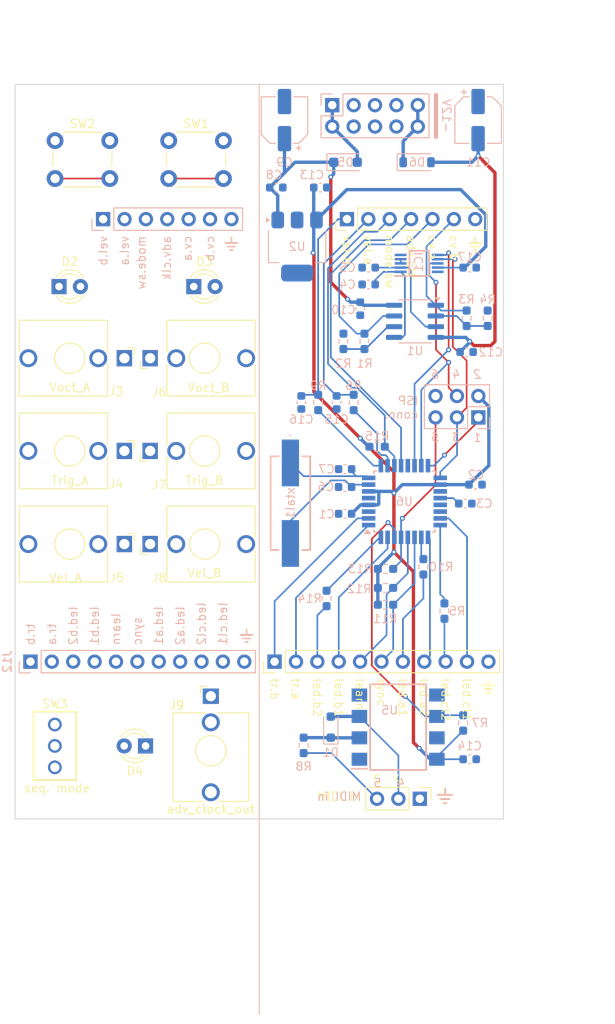
<source format=kicad_pcb>
(kicad_pcb (version 20240108) (generator "pcbnew") (generator_version "8.0")
  (layers (0 "F.Cu" signal) (31 "B.Cu" signal) (34 "B.Paste" user) (35 "F.Paste" user) (36 "B.SilkS" user "B.Silkscreen") (37 "F.SilkS" user "F.Silkscreen") (38 "B.Mask" user) (39 "F.Mask" user) (44 "Edge.Cuts" user))
  (net 0 "")
  (net 1 "GND")
  (net 2 "/SCK")
  (net 3 "/MOSI")
  (net 4 "/RESET")
  (net 5 "/MISO")
  (net 6 "/midi4")
  (net 7 "/midi5")
  (net 8 "/UART_Rx")
  (net 9 "/pwm_vel_A")
  (net 10 "/pwm_vel_b")
  (net 11 "/IO Control PCB/led_a1_f")
  (net 12 "/CS")
  (net 13 "/IO Control PCB/led_a2_f")
  (net 14 "Net-(U6-AREF)")
  (net 15 "/DAC_OUT_A")
  (net 16 "/DAC_OUT_B")
  (net 17 "+12V")
  (net 18 "-12V")
  (net 19 "Net-(D1-K)")
  (net 20 "Net-(U6-XTAL1{slash}PB6)")
  (net 21 "Net-(U6-XTAL2{slash}PB7)")
  (net 22 "/IO Control PCB/led_b1_f")
  (net 23 "/IO Control PCB/led_b2_f")
  (net 24 "Net-(D5-A)")
  (net 25 "Net-(D6-K)")
  (net 26 "5V")
  (net 27 "Net-(U1A--)")
  (net 28 "Net-(U1B--)")
  (net 29 "/CLR_DAC")
  (net 30 "/VREF_DAC")
  (net 31 "Net-(U6-PC1)")
  (net 32 "Net-(U6-PC3)")
  (net 36 "/IO Control PCB/led_cl2_f")
  (net 38 "/IO Control PCB/voct_a_f")
  (net 40 "/IO Control PCB/trig_a_f")
  (net 42 "/IO Control PCB/vel_a_f")
  (net 44 "/IO Control PCB/voct_b_f")
  (net 45 "/IO Control PCB/trig_b_f")
  (net 47 "/IO Control PCB/vel_b_f")
  (net 50 "/IO Control PCB/adv_clock_f")
  (net 51 "/IO Control PCB/led_cl1_f")
  (net 52 "/IO Control PCB/seq_mode_sw")
  (net 53 "/IO Control PCB/learn_sw_f")
  (net 54 "/IO Control PCB/sync_sw_f")
  (net 55 "/sync_sw_b")
  (net 56 "/learn_sw_b")
  (net 57 "/led_b2_b")
  (net 58 "/led_a1_b")
  (net 59 "/led_a2_b")
  (net 60 "/led_b1_b")
  (net 61 "/vel_b_b")
  (net 62 "/trig_a_b")
  (net 63 "/vel_a_b")
  (net 64 "/voct_a_b")
  (net 65 "/trig_b_b")
  (net 66 "/voct_b_b")
  (net 67 "/led_cl2_b")
  (net 68 "/seq_mode_sw_b")
  (net 69 "/adv_clock_b")
  (net 70 "/led_cl1_b")
  (net 72 "Net-(U6-PD2)")
  (footprint "Button_Switch_THT:SW_PUSH_6mm_H8mm" (layer "F.Cu") (at 73.025 31.6844)
    (property "Reference" "SW1")
    (property "Value" "re-sync")
  )
  (footprint "LED_THT:LED_D3.0mm_Clear" (layer "F.Cu") (at 76 49)
    (property "Reference" "D3")
    (property "Value" "LED_B")
  )
  (footprint "LED_THT:LED_D3.0mm_Clear" (layer "F.Cu") (at 70.275 103.5 180)
    (property "Reference" "D4")
    (property "Value" "LED_clock")
  )
  (footprint "WeirdVibes_Eurorack:Thonkiconn" (layer "F.Cu") (at 77.3 68.5 90)
    (property "Reference" "J7")
    (property "Value" "Trig_B")
  )
  (footprint "WeirdVibes_Eurorack:Thonkiconn" (layer "F.Cu") (at 61.275 79.549999 -90)
    (property "Reference" "J5")
    (property "Value" "Vel_A")
  )
  (footprint "Connector_PinHeader_2.54mm:PinHeader_1x03_P2.54mm_Vertical" (layer "F.Cu") (at 102.847739 109.767218 -90)
    (property "Reference" "J10" (hide yes))
    (property "Value" "midi")
  )
  (footprint "Connector_PinHeader_2.54mm:PinHeader_1x11_P2.54mm_Vertical" (layer "F.Cu") (at 85.6 93.5 90)
    (property "Reference" "J11" (hide yes))
    (property "Value" "back bottom")
  )
  (footprint "WeirdVibes_Eurorack:Thonkiconn" (layer "F.Cu") (at 77.3 79.549999 90)
    (property "Reference" "J8")
    (property "Value" "Vel_B")
  )
  (footprint "WeirdVibes_Eurorack:Thonkiconn" (layer "F.Cu") (at 78.025 104.08)
    (property "Reference" "J9")
    (property "Value" "adv_clock_out")
  )
  (footprint "Connector_PinHeader_2.54mm:PinHeader_1x07_P2.54mm_Vertical" (layer "F.Cu") (at 94.195001 41 90)
    (property "Reference" "J13" (hide yes))
    (property "Value" "back top")
  )
  (footprint "WeirdVibes_Eurorack:Thonkiconn" (layer "F.Cu") (at 77.3 57.5 90)
    (property "Reference" "J6")
    (property "Value" "Voct_B")
  )
  (footprint "LED_THT:LED_D3.0mm_Clear" (layer "F.Cu") (at 60 49)
    (property "Reference" "D2")
    (property "Value" "LED_A")
  )
  (footprint "WeirdVibes_Eurorack:Thonkiconn" (layer "F.Cu") (at 61.275 68.5 -90)
    (property "Reference" "J4")
    (property "Value" "Trig_A")
  )
  (footprint "WeirdVibes_Eurorack:Thonkiconn" (layer "F.Cu") (at 61.275 57.5 -90)
    (property "Reference" "J3")
    (property "Value" "Voct_A")
  )
  (footprint "Button_Switch_THT:SW_PUSH_6mm_H8mm" (layer "F.Cu") (at 59.525 31.6844)
    (property "Reference" "SW2")
    (property "Value" "midi learn")
  )
  (footprint "WeirdVibes_Eurorack:submini" (layer "F.Cu") (at 59.5 100.96 180)
    (property "Reference" "SW3")
    (property "Value" "seq. mode")
  )
  (footprint "Capacitor_SMD:C_0603_1608Metric" (layer "B.Cu") (at 95.775 51.625 -90)
    (property "Reference" "C10")
    (property "Value" "100n")
  )
  (footprint "Capacitor_SMD:C_0603_1608Metric" (layer "B.Cu") (at 108.25 74.75)
    (property "Reference" "C3")
    (property "Value" "100n")
  )
  (footprint "Connector_PinSocket_2.54mm:PinSocket_1x07_P2.54mm_Vertical" (layer "B.Cu") (at 65.235 41 -90)
    (property "Reference" "J14" (hide yes))
    (property "Value" "front top")
  )
  (footprint "Resistor_SMD:R_0603_1608Metric_Pad0.98x0.95mm_HandSolder" (layer "B.Cu") (at 97.775 68 180)
    (property "Reference" "R15")
    (property "Value" "10k")
  )
  (footprint "Capacitor_SMD:C_0603_1608Metric" (layer "B.Cu") (at 88.775 62.75 90)
    (property "Reference" "C16")
    (property "Value" "??")
  )
  (footprint "Resistor_SMD:R_0603_1608Metric_Pad0.98x0.95mm_HandSolder" (layer "B.Cu") (at 105.775 87.5 -90)
    (property "Reference" "R5")
    (property "Value" "220R")
  )
  (footprint "Capacitor_SMD:C_0603_1608Metric" (layer "B.Cu") (at 108.775 105.08)
    (property "Reference" "C14")
    (property "Value" "100n")
  )
  (footprint "Resistor_SMD:R_0603_1608Metric_Pad0.98x0.95mm_HandSolder" (layer "B.Cu") (at 108.41 52.76 90)
    (property "Reference" "R3")
    (property "Value" "?")
  )
  (footprint "SamacSys_Parts:SOP50P490X110-10N" (layer "B.Cu") (at 102.775 46.25)
    (property "Reference" "IC1")
    (property "Value" "DAC8562SDGSR" (hide yes))
  )
  (footprint "Resistor_SMD:R_0603_1608Metric_Pad0.98x0.95mm_HandSolder" (layer "B.Cu") (at 110.91 52.76 -90)
    (property "Reference" "R4")
    (property "Value" "?")
  )
  (footprint "Capacitor_SMD:C_0603_1608Metric" (layer "B.Cu") (at 96.775 46.75 180)
    (property "Reference" "C5")
    (property "Value" "1u")
  )
  (footprint "Resistor_SMD:R_0603_1608Metric_Pad0.98x0.95mm_HandSolder" (layer "B.Cu") (at 93.775 55.5 -90)
    (property "Reference" "R2")
    (property "Value" "?")
  )
  (footprint "Resistor_SMD:R_0603_1608Metric_Pad0.98x0.95mm_HandSolder" (layer "B.Cu") (at 98.775 86.75)
    (property "Reference" "R11")
    (property "Value" "10k")
  )
  (footprint "Resistor_SMD:R_0603_1608Metric_Pad0.98x0.95mm_HandSolder" (layer "B.Cu") (at 103.275 82.25 -90)
    (property "Reference" "R10")
    (property "Value" "220R")
  )
  (footprint "Resistor_SMD:R_0603_1608Metric_Pad0.98x0.95mm_HandSolder" (layer "B.Cu") (at 108 100.77 -90)
    (property "Reference" "R7")
    (property "Value" "1k")
  )
  (footprint "Capacitor_SMD:C_0603_1608Metric" (layer "B.Cu") (at 109.463835 72.5)
    (property "Reference" "C2")
    (property "Value" "100n")
  )
  (footprint "Capacitor_SMD:C_0603_1608Metric" (layer "B.Cu") (at 91.025 37.25)
    (property "Reference" "C13")
    (property "Value" "1u")
  )
  (footprint "Capacitor_SMD:C_0603_1608Metric" (layer "B.Cu") (at 92.96625 62.75 90)
    (property "Reference" "C15")
    (property "Value" "??")
  )
  (footprint "Capacitor_SMD:C_0603_1608Metric" (layer "B.Cu") (at 85.8 37.25)
    (property "Reference" "C8")
    (property "Value" "1u")
  )
  (footprint "Capacitor_SMD:C_0603_1608Metric" (layer "B.Cu") (at 93.975379 75.960661 180)
    (property "Reference" "C1")
    (property "Value" "100n")
  )
  (footprint "SamacSys_Parts:SOP254P1005X465-8N" (layer "B.Cu") (at 100.275 101.27)
    (property "Reference" "U5")
    (property "Value" "6N137" (hide yes))
  )
  (footprint "Capacitor_SMD:C_0603_1608Metric" (layer "B.Cu") (at 108.775 46.75)
    (property "Reference" "C17")
    (property "Value" "1u")
  )
  (footprint "Connector_PinHeader_2.54mm:PinHeader_2x03_P2.54mm_Vertical" (layer "B.Cu") (at 109.8 64.525 90)
    (property "Reference" "J2" (hide yes))
    (property "Value" "ISP connector")
  )
  (footprint "Capacitor_SMD:C_0603_1608Metric" (layer "B.Cu") (at 93.975379 70.65736 180)
    (property "Reference" "C7")
    (property "Value" "18p")
  )
  (footprint "Package_SO:SOIC-8_3.9x4.9mm_P1.27mm" (layer "B.Cu") (at 102.275 53.125 180)
    (property "Reference" "U1")
    (property "Value" "TL072")
  )
  (footprint "Resistor_SMD:R_0603_1608Metric_Pad0.98x0.95mm_HandSolder" (layer "B.Cu") (at 98.775 82.5 180)
    (property "Reference" "R13")
    (property "Value" "10k")
  )
  (footprint "Resistor_SMD:R_0603_1608Metric_Pad0.98x0.95mm_HandSolder" (layer "B.Cu") (at 90.775 62.75 90)
    (property "Reference" "R9")
    (property "Value" "10k")
  )
  (footprint "Connector_PinHeader_2.54mm:PinHeader_2x05_P2.54mm_Vertical" (layer "B.Cu") (at 92.45 27.475 -90)
    (property "Reference" "J1" (hide yes))
    (property "Value" "PWR_IN")
  )
  (footprint "Connector_PinSocket_2.54mm:PinSocket_1x11_P2.54mm_Vertical" (layer "B.Cu") (at 56.602822 93.5 -90)
    (property "Reference" "J12")
    (property "Value" "front bottom")
  )
  (footprint "SamacSys_Parts:XT9M20ANA20M" (layer "B.Cu") (at 87.476992 74.701992 -90)
    (property "Reference" "xtal1")
    (property "Value" "16MHz" (hide yes))
  )
  (footprint "Diode_SMD:D_SOD-123" (layer "B.Cu") (at 102.525 34.25)
    (property "Reference" "D6")
    (property "Value" "rpp diode")
  )
  (footprint "Capacitor_SMD:C_0603_1608Metric" (layer "B.Cu") (at 108.41 56.76 180)
    (property "Reference" "C12")
    (property "Value" "100n")
  )
  (footprint "Resistor_SMD:R_0603_1608Metric_Pad0.98x0.95mm_HandSolder" (layer "B.Cu") (at 89.05 103.4325 90)
    (property "Reference" "R8")
    (property "Value" "220R")
  )
  (footprint "Diode_SMD:D_SOD-323_HandSoldering" (layer "B.Cu") (at 92.275 101.27 90)
    (property "Reference" "D1")
    (property "Value" "1N4148")
  )
  (footprint "Capacitor_SMD:CP_Elec_5x5.3" (layer "B.Cu") (at 109.775 29.25 -90)
    (property "Reference" "C11")
    (property "Value" "10u")
  )
  (footprint "Diode_SMD:D_SOD-123F" (layer "B.Cu") (at 94.025 34.25)
    (property "Reference" "D5")
    (property "Value" "rpp diode")
  )
  (footprint "Resistor_SMD:R_0603_1608Metric_Pad0.98x0.95mm_HandSolder" (layer "B.Cu") (at 94.99625 62.75 90)
    (property "Reference" "R6")
    (property "Value" "10k")
  )
  (footprint "Resistor_SMD:R_0603_1608Metric_Pad0.98x0.95mm_HandSolder" (layer "B.Cu") (at 98.775 84.75)
    (property "Reference" "R12")
    (property "Value" "10k")
  )
  (footprint "Capacitor_SMD:CP_Elec_5x5.3" (layer "B.Cu") (at 86.775 29.25 90)
    (property "Reference" "C9")
    (property "Value" "10u")
  )
  (footprint "Capacitor_SMD:C_0603_1608Metric" (layer "B.Cu") (at 93.975379 72.77868 180)
    (property "Reference" "C6")
    (property "Value" "18p")
  )
  (footprint "Package_QFP:TQFP-32_7x7mm_P0.8mm" (layer "B.Cu") (at 101.025 74.5)
    (property "Reference" "U6")
    (property "Value" "ATmega328-A")
  )
  (footprint "Resistor_SMD:R_0603_1608Metric_Pad0.98x0.95mm_HandSolder" (layer "B.Cu") (at 96.275 55.5 90)
    (property "Reference" "R1")
    (property "Value" "?")
  )
  (footprint "Package_TO_SOT_SMD:SOT-223-3_TabPin2" (layer "B.Cu") (at 88.275 44.25 -90)
    (property "Reference" "U2")
    (property "Value" "MCP1703Ax-500xxDB")
  )
  (footprint "Resistor_SMD:R_0603_1608Metric_Pad0.98x0.95mm_HandSolder" (layer "B.Cu") (at 91.775 86 -90)
    (property "Reference" "R14")
    (property "Value" "220R")
  )
  (footprint "Capacitor_SMD:C_0603_1608Metric" (layer "B.Cu") (at 96.775 48.75 180)
    (property "Reference" "C4")
    (property "Value" "1u")
  )
  (gr_line (start 104.775 31.25) (end 104.775 26.25) (stroke (width 0.5)) (layer "B.SilkS"))
  (gr_line (start 83.775 25) (end 83.775 135.371749) (stroke (width 0.1)) (layer "B.SilkS"))
  (gr_line (start 83.775 25) (end 83.775 135.371749) (stroke (width 0.1)) (layer "F.SilkS"))
  (gr_rect (start 54.775 25) (end 112.775 112.157061) (stroke (width 0.1)) (fill none) (layer "Edge.Cuts"))
  (gr_text "tr.a" (at 59.142822 90.261905 90) (layer "B.SilkS") (effects (font (size 1 1) (thickness 0.125)) (justify mirror)))
  (gr_text "6" (at 105.275 60 0) (layer "B.SilkS") (effects (font (size 1 1) (thickness 0.125) (italic yes)) (justify left bottom mirror)))
  (gr_text "ISP\nconn." (at 102.75 64.75 -0) (layer "B.SilkS") (effects (font (size 1 1) (thickness 0.125)) (justify left bottom mirror)))
  (gr_text "4" (at 107.775 60 0) (layer "B.SilkS") (effects (font (size 1 1) (thickness 0.125) (italic yes)) (justify left bottom mirror)))
  (gr_text "led.cl2" (at 76.922822 89 90) (layer "B.SilkS") (effects (font (size 1 1) (thickness 0.125)) (justify mirror)))
  (gr_text "sync" (at 69.302822 89.880953 90) (layer "B.SilkS") (effects (font (size 1 1) (thickness 0.125)) (justify mirror)))
  (gr_text "3" (at 107.775 67.5 0) (layer "B.SilkS") (effects (font (size 1 1) (thickness 0.125) (italic yes)) (justify left bottom mirror)))
  (gr_text "led.a2" (at 74.382822 89.238096 90) (layer "B.SilkS") (effects (font (size 1 1) (thickness 0.125)) (justify mirror)))
  (gr_text "5" (at 97.822665 107.889155 0) (layer "B.SilkS") (effects (font (size 1 1) (thickness 0.125)) (justify mirror)))
  (gr_text "4" (at 100.606034 107.889155 0) (layer "B.SilkS") (effects (font (size 1 1) (thickness 0.125)) (justify mirror)))
  (gr_text "⏚" (at 82.275 90.5 0) (layer "B.SilkS") (effects (font (size 1.5 1.5) (thickness 0.1875)) (justify mirror)))
  (gr_text "adv.clk" (at 72.775 45.619048 90) (layer "B.SilkS") (effects (font (size 1 1) (thickness 0.125)) (justify mirror)))
  (gr_text "⏚" (at 105.847739 109.5 0) (layer "B.SilkS") (effects (font (size 1.75 1.75) (thickness 0.21875))))
  (gr_text "led.cl1" (at 79.462822 89 90) (layer "B.SilkS") (effects (font (size 1 1) (thickness 0.125)) (justify mirror)))
  (gr_text "vel.b" (at 65.235 44.761905 90) (layer "B.SilkS") (effects (font (size 1 1) (thickness 0.125)) (justify mirror)))
  (gr_text "5" (at 105.275 67.5 0) (layer "B.SilkS") (effects (font (size 1 1) (thickness 0.125) (italic yes)) (justify left bottom mirror)))
  (gr_text "1" (at 110.275 67.5 0) (layer "B.SilkS") (effects (font (size 1 1) (thickness 0.125) (italic yes)) (justify left bottom mirror)))
  (gr_text "led.b1" (at 64.222822 89.238096 90) (layer "B.SilkS") (effects (font (size 1 1) (thickness 0.125)) (justify mirror)))
  (gr_text "led.b2" (at 61.682822 89.238096 90) (layer "B.SilkS") (effects (font (size 1 1) (thickness 0.125)) (justify mirror)))
  (gr_text "tr.b" (at 56.602822 90.261905 90) (layer "B.SilkS") (effects (font (size 1 1) (thickness 0.125)) (justify mirror)))
  (gr_text "led.a1" (at 71.842822 89.238096 90) (layer "B.SilkS") (effects (font (size 1 1) (thickness 0.125)) (justify mirror)))
  (gr_text "MIDI in" (at 93.275 109.5 0) (layer "B.SilkS") (effects (font (size 1 1) (thickness 0.125)) (justify mirror)))
  (gr_text "cv.b" (at 77.935 44.5 90) (layer "B.SilkS") (effects (font (size 1 1) (thickness 0.125)) (justify mirror)))
  (gr_text "⏚" (at 80.475 44 -0) (layer "B.SilkS") (effects (font (size 1.5 1.5) (thickness 0.1875)) (justify mirror)))
  (gr_text "cv.a" (at 75.234998 44.5 90) (layer "B.SilkS") (effects (font (size 1 1) (thickness 0.125)) (justify mirror)))
  (gr_text "vel.a" (at 67.775 44.761905 90) (layer "B.SilkS") (effects (font (size 1 1) (thickness 0.125)) (justify mirror)))
  (gr_text "2" (at 110.275 60 0) (layer "B.SilkS") (effects (font (size 1 1) (thickness 0.125) (italic yes)) (justify left bottom mirror)))
  (gr_text "mode.sw" (at 69.775 46.166667 90) (layer "B.SilkS") (effects (font (size 1 1) (thickness 0.125)) (justify mirror)))
  (gr_text "-12V" (at 106.025 28.75 -90) (layer "B.SilkS") (effects (font (size 1 1) (thickness 0.125)) (justify mirror)))
  (gr_text "learn" (at 66.762822 89.642857 90) (layer "B.SilkS") (effects (font (size 1 1) (thickness 0.125)) (justify mirror)))
  (gr_text "sync" (at 98.3 97.119048 -90) (layer "F.SilkS") (effects (font (size 1 1) (thickness 0.125))))
  (gr_text "tr.b" (at 85.6 96.738095 -90) (layer "F.SilkS") (effects (font (size 1 1) (thickness 0.125))))
  (gr_text "led.a2" (at 103.380001 97.761905 -90) (layer "F.SilkS") (effects (font (size 1 1) (thickness 0.125))))
  (gr_text "5" (at 97.775 107.5 0) (layer "F.SilkS") (effects (font (size 1 1) (thickness 0.125))))
  (gr_text "cv.a" (at 104.355001 44.380952 -90) (layer "F.SilkS") (effects (font (size 1 1) (thickness 0.125))))
  (gr_text "led.b2" (at 90.679999 97.761905 -90) (layer "F.SilkS") (effects (font (size 1 1) (thickness 0.125))))
  (gr_text "adv.clk" (at 101.815001 45.5 -90) (layer "F.SilkS") (effects (font (size 1 1) (thickness 0.125))))
  (gr_text "⏚" (at 111 96.5 -0) (layer "F.SilkS") (effects (font (size 1.5 1.5) (thickness 0.1875))))
  (gr_text "MIDI in" (at 93.275 109.5 0) (layer "F.SilkS") (effects (font (size 1 1) (thickness 0.125))))
  (gr_text "led.a1" (at 100.84 97.761905 -90) (layer "F.SilkS") (effects (font (size 1 1) (thickness 0.125))))
  (gr_text "vel.b" (at 94.195001 44.642857 -90) (layer "F.SilkS") (effects (font (size 1 1) (thickness 0.125))))
  (gr_text "led.b1" (at 93.22 97.761905 -90) (layer "F.SilkS") (effects (font (size 1 1) (thickness 0.125))))
  (gr_text "⏚" (at 105.775 109.5 0) (layer "F.SilkS") (effects (font (size 1.75 1.75) (thickness 0.21875))))
  (gr_text "learn" (at 95.76 97.357143 -90) (layer "F.SilkS") (effects (font (size 1 1) (thickness 0.125))))
  (gr_text "tr.a" (at 88.14 96.738095 -90) (layer "F.SilkS") (effects (font (size 1 1) (thickness 0.125))))
  (gr_text "4" (at 100.315 107.5 0) (layer "F.SilkS") (effects (font (size 1 1) (thickness 0.125))))
  (gr_text "cv.b" (at 106.895001 44.380952 -90) (layer "F.SilkS") (effects (font (size 1 1) (thickness 0.125))))
  (gr_text "⏚" (at 109.435001 44 -0) (layer "F.SilkS") (effects (font (size 1.5 1.5) (thickness 0.1875))))
  (gr_text "led.cl2" (at 105.92 98 -90) (layer "F.SilkS") (effects (font (size 1 1) (thickness 0.125))))
  (gr_text "mode.sw" (at 99.275 46.047618 -90) (layer "F.SilkS") (effects (font (size 1 1) (thickness 0.125))))
  (gr_text "vel.a" (at 96.735001 44.642857 -90) (layer "F.SilkS") (effects (font (size 1 1) (thickness 0.125))))
  (gr_text "led.cl1" (at 108.46 98 -90) (layer "F.SilkS") (effects (font (size 1 1) (thickness 0.125))))
  (segment (start 100.575 46.25) (end 100.575 45.750001) (width 0.2) (layer "B.Cu") (net 1))
  (segment (start 106.775 56.151471) (end 108.41 57.786471) (width 0.2) (layer "F.Cu") (net 2))
  (segment (start 106.775 46) (end 106.775 56.151471) (width 0.2) (layer "F.Cu") (net 2))
  (segment (start 108.41 63.375) (end 107.26 64.525) (width 0.2) (layer "F.Cu") (net 2))
  (segment (start 108.41 57.786471) (end 108.41 63.375) (width 0.2) (layer "F.Cu") (net 2))
  (segment (start 107.024999 45.750001) (end 106.775 46) (width 0.2) (layer "F.Cu") (net 2))
  (via (at 107.024999 45.750001) (size 0.6) (drill 0.3) (layers "F.Cu" "B.Cu") (net 2))
  (segment (start 107.024999 45.750001) (end 104.975 45.750001) (width 0.2) (layer "B.Cu") (net 2))
  (segment (start 107.275 64.54) (end 107.26 64.525) (width 0.2) (layer "B.Cu") (net 2))
  (segment (start 105.275 71.7) (end 105.275 71) (width 0.2) (layer "B.Cu") (net 2))
  (segment (start 105.275 71) (end 107.275 69) (width 0.2) (layer "B.Cu") (net 2))
  (segment (start 107.275 69) (end 107.275 64.54) (width 0.2) (layer "B.Cu") (net 2))
  (segment (start 106.275 58) (end 106.275 61) (width 0.2) (layer "F.Cu") (net 3))
  (segment (start 106.275 61) (end 107.26 61.985) (width 0.2) (layer "F.Cu") (net 3))
  (segment (start 104.775 56.5) (end 106.275 58) (width 0.2) (layer "F.Cu") (net 3))
  (segment (start 104.775 48.5) (end 104.775 56.5) (width 0.2) (layer "F.Cu") (net 3))
  (via (at 106.275 58) (size 0.6) (drill 0.3) (layers "F.Cu" "B.Cu") (net 3))
  (via (at 104.775 48.5) (size 0.6) (drill 0.3) (layers "F.Cu" "B.Cu") (net 3))
  (segment (start 103.025 61.25) (end 103.025 70.25) (width 0.2) (layer "B.Cu") (net 3))
  (segment (start 104.024999 46.25) (end 104.975 46.25) (width 0.2) (layer "B.Cu") (net 3))
  (segment (start 103.975 47.7) (end 103.975 46.299999) (width 0.2) (layer "B.Cu") (net 3))
  (segment (start 103.975 46.299999) (end 104.024999 46.25) (width 0.2) (layer "B.Cu") (net 3))
  (segment (start 106.275 58) (end 103.025 61.25) (width 0.2) (layer "B.Cu") (net 3))
  (segment (start 104.775 48.5) (end 103.975 47.7) (width 0.2) (layer "B.Cu") (net 3))
  (segment (start 104.720001 72.554999) (end 100.775 76.5) (width 0.2) (layer "F.Cu") (net 4))
  (segment (start 104.720001 64.525) (end 104.720001 72.554999) (width 0.2) (layer "F.Cu") (net 4))
  (via (at 100.775 76.5) (size 0.6) (drill 0.3) (layers "F.Cu" "B.Cu") (net 4))
  (segment (start 100.625 76.65) (end 100.775 76.5) (width 0.2) (layer "B.Cu") (net 4))
  (segment (start 99.6875 82.5) (end 100.625 81.5625) (width 0.2) (layer "B.Cu") (net 4))
  (segment (start 100.625 78.75) (end 100.625 76.65) (width 0.2) (layer "B.Cu") (net 4))
  (segment (start 100.625 81.5625) (end 100.625 78.75) (width 0.2) (layer "B.Cu") (net 4))
  (segment (start 105.775 69) (end 109.8 64.975) (width 0.2) (layer "F.Cu") (net 5))
  (segment (start 109.8 64.975) (end 109.8 64.525) (width 0.2) (layer "F.Cu") (net 5))
  (via (at 105.775 69) (size 0.6) (drill 0.3) (layers "F.Cu" "B.Cu") (net 5))
  (segment (start 103.825 70.25) (end 104.525 70.25) (width 0.2) (layer "B.Cu") (net 5))
  (segment (start 104.525 70.25) (end 105.775 69) (width 0.2) (layer "B.Cu") (net 5))
  (segment (start 95.675 100) (end 92.295 100) (width 0.4) (layer "B.Cu") (net 6))
  (segment (start 95.675 100) (end 100.307739 104.632739) (width 0.2) (layer "B.Cu") (net 6))
  (segment (start 100.307739 104.632739) (end 100.307739 109.767218) (width 0.2) (layer "B.Cu") (net 6))
  (segment (start 92.345522 104.345) (end 97.76774 109.767218) (width 0.2) (layer "B.Cu") (net 7))
  (segment (start 89.05 104.345) (end 92.345522 104.345) (width 0.2) (layer "B.Cu") (net 7))
  (segment (start 100.808654 97.635) (end 97.15 93.976346) (width 0.2) (layer "F.Cu") (net 8))
  (segment (start 101.14 97.635) (end 100.808654 97.635) (width 0.2) (layer "F.Cu") (net 8))
  (segment (start 97.15 93.976346) (end 97.15 78.925) (width 0.2) (layer "F.Cu") (net 8))
  (segment (start 97.15 78.925) (end 99.075 77) (width 0.2) (layer "F.Cu") (net 8))
  (via (at 101.14 97.635) (size 0.6) (drill 0.3) (layers "F.Cu" "B.Cu") (net 8))
  (via (at 99.075 77) (size 0.6) (drill 0.3) (layers "F.Cu" "B.Cu") (net 8))
  (segment (start 105.1475 99.8575) (end 108 99.8575) (width 0.2) (layer "B.Cu") (net 8))
  (segment (start 101.14 97.635) (end 103.505 100) (width 0.2) (layer "B.Cu") (net 8))
  (segment (start 103.505 100) (end 104.875 100) (width 0.2) (layer "B.Cu") (net 8))
  (segment (start 99.825 77.75) (end 99.825 78.75) (width 0.2) (layer "B.Cu") (net 8))
  (segment (start 99.075 77) (end 99.825 77.75) (width 0.2) (layer "B.Cu") (net 8))
  (segment (start 97.775 68.5) (end 97.775 66.44125) (width 0.2) (layer "B.Cu") (net 9))
  (segment (start 97.775 66.44125) (end 94.99625 63.6625) (width 0.2) (layer "B.Cu") (net 9))
  (segment (start 98.275 69) (end 97.775 68.5) (width 0.2) (layer "B.Cu") (net 9))
  (segment (start 99.025 70.25) (end 99.025 69.25) (width 0.2) (layer "B.Cu") (net 9))
  (segment (start 98.775 69) (end 98.275 69) (width 0.2) (layer "B.Cu") (net 9))
  (segment (start 99.025 69.25) (end 98.775 69) (width 0.2) (layer "B.Cu") (net 9))
  (segment (start 98.225 70.25) (end 97.3625 70.25) (width 0.2) (layer "B.Cu") (net 10))
  (segment (start 97.3625 70.25) (end 90.775 63.6625) (width 0.2) (layer "B.Cu") (net 10))
  (segment (start 106.275 45) (end 106.275 56.5) (width 0.2) (layer "F.Cu") (net 12))
  (via (at 106.275 56.5) (size 0.6) (drill 0.3) (layers "F.Cu" "B.Cu") (net 12))
  (via (at 106.275 45) (size 0.6) (drill 0.3) (layers "F.Cu" "B.Cu") (net 12))
  (segment (start 102.225 70.25) (end 102.225 60.55) (width 0.2) (layer "B.Cu") (net 12))
  (segment (start 104.975 45.25) (end 106.025 45.25) (width 0.2) (layer "B.Cu") (net 12))
  (segment (start 106.025 45.25) (end 106.275 45) (width 0.2) (layer "B.Cu") (net 12))
  (segment (start 102.225 60.55) (end 106.275 56.5) (width 0.2) (layer "B.Cu") (net 12))
  (segment (start 107.475 74.75) (end 106.825 74.1) (width 0.2) (layer "B.Cu") (net 14))
  (segment (start 106.825 74.1) (end 105.275 74.1) (width 0.2) (layer "B.Cu") (net 14))
  (segment (start 97.55 48.75) (end 97.55 48.225) (width 0.2) (layer "B.Cu") (net 15))
  (segment (start 97.55 48.225) (end 98.525 47.25) (width 0.2) (layer "B.Cu") (net 15))
  (segment (start 98.525 47.25) (end 100.575 47.25) (width 0.2) (layer "B.Cu") (net 15))
  (segment (start 101.075 47.75) (end 101.075 54.729999) (width 0.2) (layer "B.Cu") (net 15))
  (segment (start 101.075 54.729999) (end 100.774999 55.03) (width 0.2) (layer "B.Cu") (net 15))
  (segment (start 100.575 47.25) (end 101.075 47.75) (width 0.2) (layer "B.Cu") (net 15))
  (segment (start 100.774999 55.03) (end 99.8 55.03) (width 0.2) (layer "B.Cu") (net 15))
  (segment (start 100.575 46.749999) (end 97.550001 46.749999) (width 0.2) (layer "B.Cu") (net 16))
  (segment (start 101.524999 46.749999) (end 101.775 47) (width 0.2) (layer "B.Cu") (net 16))
  (segment (start 101.775 52) (end 103.535 53.76) (width 0.2) (layer "B.Cu") (net 16))
  (segment (start 103.535 53.76) (end 104.75 53.76) (width 0.2) (layer "B.Cu") (net 16))
  (segment (start 100.575 46.749999) (end 101.524999 46.749999) (width 0.2) (layer "B.Cu") (net 16))
  (segment (start 101.775 47) (end 101.775 52) (width 0.2) (layer "B.Cu") (net 16))
  (segment (start 92.275 36) (end 92.275 48.5) (width 0.4) (layer "F.Cu") (net 17))
  (segment (start 92.275 48.5) (end 94.275 50.5) (width 0.4) (layer "F.Cu") (net 17))
  (via (at 94.275 50.5) (size 0.6) (drill 0.3) (layers "F.Cu" "B.Cu") (net 17))
  (via (at 92.275 36) (size 0.6) (drill 0.3) (layers "F.Cu" "B.Cu") (net 17))
  (segment (start 92.625001 35.649999) (end 92.625001 34.25) (width 0.4) (layer "B.Cu") (net 17))
  (segment (start 85.025 37.25) (end 88.025 34.25) (width 0.4) (layer "B.Cu") (net 17))
  (segment (start 88.025 34.25) (end 92.625001 34.25) (width 0.4) (layer "B.Cu") (net 17))
  (segment (start 86.775 31.45) (end 86.775 35.5) (width 0.4) (layer "B.Cu") (net 17))
  (segment (start 94.625 50.85) (end 94.275 50.5) (width 0.4) (layer "B.Cu") (net 17))
  (segment (start 99.8 51.22) (end 96.145 51.22) (width 0.4) (layer "B.Cu") (net 17))
  (segment (start 92.275 36) (end 92.625001 35.649999) (width 0.4) (layer "B.Cu") (net 17))
  (segment (start 95.775 50.85) (end 94.625 50.85) (width 0.4) (layer "B.Cu") (net 17))
  (segment (start 85.975 38.2) (end 85.025 37.25) (width 0.4) (layer "B.Cu") (net 17))
  (segment (start 96.145 51.22) (end 95.775 50.85) (width 0.4) (layer "B.Cu") (net 17))
  (segment (start 86.775 35.5) (end 85.025 37.25) (width 0.4) (layer "B.Cu") (net 17))
  (segment (start 85.975 41.1) (end 85.975 38.2) (width 0.4) (layer "B.Cu") (net 17))
  (segment (start 109.775 33.5) (end 111.775 35.5) (width 0.4) (layer "F.Cu") (net 18))
  (segment (start 111.275 56) (end 109.275 56) (width 0.4) (layer "F.Cu") (net 18))
  (segment (start 109.275 56) (end 108.775 55.5) (width 0.4) (layer "F.Cu") (net 18))
  (segment (start 111.775 35.5) (end 111.775 55.5) (width 0.4) (layer "F.Cu") (net 18))
  (segment (start 111.775 55.5) (end 111.275 56) (width 0.4) (layer "F.Cu") (net 18))
  (via (at 109.775 33.5) (size 0.6) (drill 0.3) (layers "F.Cu" "B.Cu") (net 18))
  (via (at 108.775 55.5) (size 0.6) (drill 0.3) (layers "F.Cu" "B.Cu") (net 18))
  (segment (start 104.175 34.25) (end 109.025 34.25) (width 0.4) (layer "B.Cu") (net 18))
  (segment (start 108.775 55.5) (end 108.305 55.03) (width 0.4) (layer "B.Cu") (net 18))
  (segment (start 108.775 55.5) (end 108.775 55.62) (width 0.4) (layer "B.Cu") (net 18))
  (segment (start 108.305 55.03) (end 104.75 55.03) (width 0.4) (layer "B.Cu") (net 18))
  (segment (start 109.025 34.25) (end 109.775 33.5) (width 0.4) (layer "B.Cu") (net 18))
  (segment (start 109.775 33.5) (end 109.775 31.45) (width 0.4) (layer "B.Cu") (net 18))
  (segment (start 108.775 55.62) (end 107.635 56.76) (width 0.4) (layer "B.Cu") (net 18))
  (segment (start 95.675 102.54) (end 92.295 102.54) (width 0.4) (layer "B.Cu") (net 19))
  (segment (start 92.275 102.52) (end 89.05 102.52) (width 0.4) (layer "B.Cu") (net 19))
  (segment (start 93.971699 72) (end 92.275 72) (width 0.2) (layer "B.Cu") (net 20))
  (segment (start 87.476992 76.798008) (end 87.476992 79.476992) (width 0.2) (layer "B.Cu") (net 20))
  (segment (start 94.750379 72.77868) (end 93.971699 72) (width 0.2) (layer "B.Cu") (net 20))
  (segment (start 96.775 72.5) (end 95.029059 72.5) (width 0.2) (layer "B.Cu") (net 20))
  (segment (start 92.275 72) (end 87.476992 76.798008) (width 0.2) (layer "B.Cu") (net 20))
  (segment (start 96.575 71.5) (end 96.775 71.7) (width 0.2) (layer "B.Cu") (net 21))
  (segment (start 95.299621 71.5) (end 94.750379 70.950758) (width 0.2) (layer "B.Cu") (net 21))
  (segment (start 89.05 71.5) (end 96.575 71.5) (width 0.2) (layer "B.Cu") (net 21))
  (segment (start 87.476992 69.926992) (end 89.05 71.5) (width 0.2) (layer "B.Cu") (net 21))
  (segment (start 96.575 71.5) (end 95.299621 71.5) (width 0.2) (layer "B.Cu") (net 21))
  (segment (start 95.424999 34.25) (end 95.424999 32.989999) (width 0.4) (layer "B.Cu") (net 24))
  (segment (start 92.45 30.015) (end 92.45 27.475) (width 0.4) (layer "B.Cu") (net 24))
  (segment (start 95.424999 32.989999) (end 92.45 30.015) (width 0.4) (layer "B.Cu") (net 24))
  (segment (start 100.875 34.25) (end 100.875 31.75) (width 0.4) (layer "B.Cu") (net 25))
  (segment (start 102.61 30.015) (end 102.61 27.475) (width 0.4) (layer "B.Cu") (net 25))
  (segment (start 100.875 31.75) (end 102.61 30.015) (width 0.4) (layer "B.Cu") (net 25))
  (segment (start 95.775 67) (end 99.775 71) (width 0.4) (layer "F.Cu") (net 26))
  (segment (start 102.025 82.75) (end 99.775 80.5) (width 0.4) (layer "F.Cu") (net 26))
  (segment (start 99.775 71) (end 99.775 73.5) (width 0.4) (layer "F.Cu") (net 26))
  (segment (start 102.775 103.77) (end 102.09 103.085) (width 0.4) (layer "F.Cu") (net 26))
  (segment (start 102.09 82.815) (end 102.025 82.75) (width 0.4) (layer "F.Cu") (net 26))
  (segment (start 102.09 103.085) (end 102.09 82.815) (width 0.4) (layer "F.Cu") (net 26))
  (segment (start 90.175 45) (end 90.275 45.1) (width 0.4) (layer "F.Cu") (net 26))
  (segment (start 102.130001 82.855001) (end 102.025 82.75) (width 0.4) (layer "F.Cu") (net 26))
  (segment (start 90.275 45.1) (end 90.275 61.5) (width 0.4) (layer "F.Cu") (net 26))
  (segment (start 99.775 80.5) (end 99.775 73.5) (width 0.4) (layer "F.Cu") (net 26))
  (segment (start 90.275 61.5) (end 95.775 67) (width 0.4) (layer "F.Cu") (net 26))
  (via (at 99.775 80.5) (size 0.6) (drill 0.3) (layers "F.Cu" "B.Cu") (net 26))
  (via (at 95.775 67) (size 0.6) (drill 0.3) (layers "F.Cu" "B.Cu") (net 26))
  (via (at 90.175 45) (size 0.6) (drill 0.3) (layers "F.Cu" "B.Cu") (net 26))
  (via (at 99.775 73.5) (size 0.6) (drill 0.3) (layers "F.Cu" "B.Cu") (net 26))
  (via (at 102.775 103.77) (size 0.6) (drill 0.3) (layers "F.Cu" "B.Cu") (net 26))
  (segment (start 97.975 73.425) (end 97.975 74.775) (width 0.4) (layer "B.Cu") (net 26))
  (segment (start 110.685001 40.482233) (end 110.685001 44.249881) (width 0.4) (layer "B.Cu") (net 26))
  (segment (start 90.25 44.925) (end 90.25 37.25) (width 0.4) (layer "B.Cu") (net 26))
  (segment (start 108 105.08) (end 104.875 105.08) (width 0.2) (layer "B.Cu") (net 26))
  (segment (start 110.685001 44.249881) (end 108.184882 46.75) (width 0.4) (layer "B.Cu") (net 26))
  (segment (start 96.775 73.3) (end 99.575 73.3) (width 0.4) (layer "B.Cu") (net 26))
  (segment (start 96.775 73.3) (end 97.85 73.3) (width 0.4) (layer "B.Cu") (net 26))
  (segment (start 90.175 45) (end 90.25 44.925) (width 0.4) (layer "B.Cu") (net 26))
  (segment (start 108 101.6825) (end 104.875 104.8075) (width 0.2) (layer "B.Cu") (net 26))
  (segment (start 102.775 103.77) (end 104.085 105.08) (width 0.4) (layer "B.Cu") (net 26))
  (segment (start 100.775 72.5) (end 99.775 73.5) (width 0.4) (layer "B.Cu") (net 26))
  (segment (start 90.575 41.1) (end 94.175 37.5) (width 0.4) (layer "B.Cu") (net 26))
  (segment (start 94.175 37.5) (end 107.702768 37.5) (width 0.4) (layer "B.Cu") (net 26))
  (segment (start 96.775 68) (end 95.775 67) (width 0.4) (layer "B.Cu") (net 26))
  (segment (start 108.688835 72.5) (end 110.188835 71) (width 0.4) (layer "B.Cu") (net 26))
  (segment (start 111.05 70.225) (end 111.05 63.235) (width 0.4) (layer "B.Cu") (net 26))
  (segment (start 94.750379 75.960661) (end 95.81104 74.9) (width 0.4) (layer "B.Cu") (net 26))
  (segment (start 110.188835 71) (end 110.275 71) (width 0.4) (layer "B.Cu") (net 26))
  (segment (start 97.85 74.9) (end 96.775 74.9) (width 0.4) (layer "B.Cu") (net 26))
  (segment (start 97.85 73.3) (end 97.975 73.425) (width 0.4) (layer "B.Cu") (net 26))
  (segment (start 97.8625 82.4125) (end 99.775 80.5) (width 0.4) (layer "B.Cu") (net 26))
  (segment (start 99.575 73.3) (end 99.775 73.5) (width 0.4) (layer "B.Cu") (net 26))
  (segment (start 111.05 63.235) (end 109.8 61.985) (width 0.4) (layer "B.Cu") (net 26))
  (segment (start 108.184882 46.75) (end 108 46.75) (width 0.4) (layer "B.Cu") (net 26))
  (segment (start 105.275 72.5) (end 100.775 72.5) (width 0.4) (layer "B.Cu") (net 26))
  (segment (start 95.81104 74.9) (end 96.775 74.9) (width 0.4) (layer "B.Cu") (net 26))
  (segment (start 105.275 72.5) (end 108.688835 72.5) (width 0.4) (layer "B.Cu") (net 26))
  (segment (start 108 46.75) (end 104.975001 46.75) (width 0.2) (layer "B.Cu") (net 26))
  (segment (start 97.975 74.775) (end 97.85 74.9) (width 0.4) (layer "B.Cu") (net 26))
  (segment (start 97.8625 82.5) (end 97.8625 84.75) (width 0.4) (layer "B.Cu") (net 26))
  (segment (start 104.085 105.08) (end 104.875 105.08) (width 0.4) (layer "B.Cu") (net 26))
  (segment (start 107.702768 37.5) (end 110.685001 40.482233) (width 0.4) (layer "B.Cu") (net 26))
  (segment (start 97.8625 84.75) (end 97.8625 86.75) (width 0.4) (layer "B.Cu") (net 26))
  (segment (start 110.275 71) (end 111.05 70.225) (width 0.4) (layer "B.Cu") (net 26))
  (segment (start 107.2275 52.49) (end 108.41 53.6725) (width 0.2) (layer "B.Cu") (net 27))
  (segment (start 104.75 52.49) (end 107.2275 52.49) (width 0.2) (layer "B.Cu") (net 27))
  (segment (start 108.41 53.6725) (end 110.91 53.6725) (width 0.2) (layer "B.Cu") (net 27))
  (segment (start 96.4 56.4125) (end 96.275 56.4125) (width 0.2) (layer "B.Cu") (net 28))
  (segment (start 99.0525 53.76) (end 96.4 56.4125) (width 0.2) (layer "B.Cu") (net 28))
  (segment (start 96.275 56.4125) (end 93.775 56.4125) (width 0.2) (layer "B.Cu") (net 28))
  (segment (start 105.275 77.3) (end 105.275 85.5) (width 0.2) (layer "B.Cu") (net 31))
  (segment (start 105.775 86) (end 105.775 86.5875) (width 0.2) (layer "B.Cu") (net 31))
  (segment (start 105.275 85.5) (end 105.775 86) (width 0.2) (layer "B.Cu") (net 31))
  (segment (start 103.025 81.0875) (end 103.025 78.75) (width 0.2) (layer "B.Cu") (net 32))
  (segment (start 66.025 36.1844) (end 59.525 36.1844) (width 0.2) (layer "F.Cu") (net 53))
  (segment (start 73.025 36.1844) (end 79.525 36.1844) (width 0.2) (layer "F.Cu") (net 54))
  (segment (start 102.225 84.2125) (end 99.6875 86.75) (width 0.2) (layer "B.Cu") (net 55))
  (segment (start 102.225 78.75) (end 102.225 84.2125) (width 0.2) (layer "B.Cu") (net 55))
  (segment (start 99.6875 92.1125) (end 98.3 93.5) (width 0.2) (layer "B.Cu") (net 55))
  (segment (start 99.6875 86.75) (end 99.6875 92.1125) (width 0.2) (layer "B.Cu") (net 55))
  (segment (start 101.425 78.75) (end 101.425 83.0125) (width 0.2) (layer "B.Cu") (net 56))
  (segment (start 95.76 93.5) (end 98.9 90.36) (width 0.2) (layer "B.Cu") (net 56))
  (segment (start 101.425 83.0125) (end 99.6875 84.75) (width 0.2) (layer "B.Cu") (net 56))
  (segment (start 98.9 85.5375) (end 99.6875 84.75) (width 0.2) (layer "B.Cu") (net 56))
  (segment (start 98.9 90.36) (end 98.9 85.5375) (width 0.2) (layer "B.Cu") (net 56))
  (segment (start 90.679999 93.5) (end 90.679999 88.007501) (width 0.2) (layer "B.Cu") (net 57))
  (segment (start 90.679999 88.007501) (end 91.775 86.9125) (width 0.2) (layer "B.Cu") (net 57))
  (segment (start 103.275 83.1625) (end 103.275 86) (width 0.2) (layer "B.Cu") (net 58))
  (segment (start 103.275 86) (end 100.84 88.435) (width 0.2) (layer "B.Cu") (net 58))
  (segment (start 100.84 88.435) (end 100.84 93.5) (width 0.2) (layer "B.Cu") (net 58))
  (segment (start 104.05 92.830001) (end 103.380001 93.5) (width 0.2) (layer "B.Cu") (net 59))
  (segment (start 103.825 78.75) (end 104.05 78.975) (width 0.2) (layer "B.Cu") (net 59))
  (segment (start 104.05 78.975) (end 104.05 92.830001) (width 0.2) (layer "B.Cu") (net 59))
  (segment (start 93.22 85.888278) (end 93.22 93.5) (width 0.2) (layer "B.Cu") (net 60))
  (segment (start 99.025 78.75) (end 99.025 80.083278) (width 0.2) (layer "B.Cu") (net 60))
  (segment (start 99.025 80.083278) (end 93.22 85.888278) (width 0.2) (layer "B.Cu") (net 60))
  (segment (start 90.775 61.8375) (end 88.9125 61.8375) (width 0.2) (layer "B.Cu") (net 61))
  (segment (start 90.775 43.370001) (end 90.775 61.8375) (width 0.2) (layer "B.Cu") (net 61))
  (segment (start 93.145001 41) (end 90.775 43.370001) (width 0.2) (layer "B.Cu") (net 61))
  (segment (start 94.195001 41) (end 93.145001 41) (width 0.2) (layer "B.Cu") (net 61))
  (segment (start 88.14 85.935) (end 88.14 93.5) (width 0.2) (layer "B.Cu") (net 62))
  (segment (start 96.775 77.3) (end 88.14 85.935) (width 0.2) (layer "B.Cu") (net 62))
  (segment (start 91.448 46.287001) (end 91.448 60.45675) (width 0.2) (layer "B.Cu") (net 63))
  (segment (start 94.99625 61.8375) (end 93.10375 61.8375) (width 0.2) (layer "B.Cu") (net 63))
  (segment (start 91.448 60.45675) (end 92.96625 61.975) (width 0.2) (layer "B.Cu") (net 63))
  (segment (start 96.735001 41) (end 91.448 46.287001) (width 0.2) (layer "B.Cu") (net 63))
  (segment (start 104.355001 41) (end 101.355001 44) (width 0.2) (layer "B.Cu") (net 64))
  (segment (start 96.275 54.5875) (end 95.3625 54.5875) (width 0.2) (layer "B.Cu") (net 64))
  (segment (start 93.275 48.251304) (end 93.275 48.5) (width 0.2) (layer "B.Cu") (net 64))
  (segment (start 93.275 47.5) (end 93.275 48.251304) (width 0.2) (layer "B.Cu") (net 64))
  (segment (start 101.355001 44) (end 96.775 44) (width 0.2) (layer "B.Cu") (net 64))
  (segment (start 93.275 52.5) (end 93.275 48.251304) (width 0.2) (layer "B.Cu") (net 64))
  (segment (start 96.775 44) (end 93.275 47.5) (width 0.2) (layer "B.Cu") (net 64))
  (segment (start 99.8 52.49) (end 98.4975 52.49) (width 0.2) (layer "B.Cu") (net 64))
  (segment (start 98.4975 52.49) (end 96.4 54.5875) (width 0.2) (layer "B.Cu") (net 64))
  (segment (start 96.4 54.5875) (end 96.275 54.5875) (width 0.2) (layer "B.Cu") (net 64))
  (segment (start 95.3625 54.5875) (end 93.275 52.5) (width 0.2) (layer "B.Cu") (net 64))
  (segment (start 96.775 76.5) (end 95.434736 76.5) (width 0.2) (layer "B.Cu") (net 65))
  (segment (start 95.434736 76.5) (end 85.6 86.334736) (width 0.2) (layer "B.Cu") (net 65))
  (segment (start 85.6 86.334736) (end 85.6 93.5) (width 0.2) (layer "B.Cu") (net 65))
  (segment (start 103.648 44.247001) (end 103.648 50.118) (width 0.2) (layer "B.Cu") (net 66))
  (segment (start 103.648 50.118) (end 104.75 51.22) (width 0.2) (layer "B.Cu") (net 66))
  (segment (start 106.895001 41) (end 103.648 44.247001) (width 0.2) (layer "B.Cu") (net 66))
  (segment (start 108.41 51.8475) (end 105.3775 51.8475) (width 0.2) (layer "B.Cu") (net 66))
  (segment (start 105.3775 51.8475) (end 104.75 51.22) (width 0.2) (layer "B.Cu") (net 66))
  (segment (start 105.775 88.4125) (end 105.775 93.355) (width 0.2) (layer "B.Cu") (net 67))
  (segment (start 105.775 93.355) (end 105.92 93.5) (width 0.2) (layer "B.Cu") (net 67))
  (segment (start 94.775 61) (end 95.412972 61) (width 0.2) (layer "B.Cu") (net 68))
  (segment (start 99.275 41) (end 97.775 42.5) (width 0.2) (layer "B.Cu") (net 68))
  (segment (start 96.275 42.5) (end 91.948 46.827) (width 0.2) (layer "B.Cu") (net 68))
  (segment (start 91.948 46.827) (end 91.948 58.173) (width 0.2) (layer "B.Cu") (net 68))
  (segment (start 97.775 42.5) (end 96.275 42.5) (width 0.2) (layer "B.Cu") (net 68))
  (segment (start 91.948 58.173) (end 94.775 61) (width 0.2) (layer "B.Cu") (net 68))
  (segment (start 95.412972 61) (end 98.6875 64.274528) (width 0.2) (layer "B.Cu") (net 68))
  (segment (start 98.6875 64.274528) (end 98.6875 68) (width 0.2) (layer "B.Cu") (net 68))
  (segment (start 99.825 69.1375) (end 98.6875 68) (width 0.2) (layer "B.Cu") (net 68))
  (segment (start 99.825 70.25) (end 99.825 69.1375) (width 0.2) (layer "B.Cu") (net 68))
  (segment (start 101.815001 41) (end 99.315001 43.5) (width 0.2) (layer "B.Cu") (net 69))
  (segment (start 99.315001 43.5) (end 96.275 43.5) (width 0.2) (layer "B.Cu") (net 69))
  (segment (start 92.275 47.5) (end 92.275 57.39958) (width 0.2) (layer "B.Cu") (net 69))
  (segment (start 96.275 43.5) (end 92.275 47.5) (width 0.2) (layer "B.Cu") (net 69))
  (segment (start 92.275 57.39958) (end 100.625 65.74958) (width 0.2) (layer "B.Cu") (net 69))
  (segment (start 100.625 65.74958) (end 100.625 70.25) (width 0.2) (layer "B.Cu") (net 69))
  (segment (start 108.46 78.685) (end 108.46 93.5) (width 0.2) (layer "B.Cu") (net 70))
  (segment (start 106.275 76.5) (end 108.46 78.685) (width 0.2) (layer "B.Cu") (net 70))
  (segment (start 105.275 76.5) (end 106.275 76.5) (width 0.2) (layer "B.Cu") (net 70))
  (segment (start 98.1125 78.75) (end 91.775 85.0875) (width 0.2) (layer "B.Cu") (net 72))
  (segment (start 98.225 78.75) (end 98.1125 78.75) (width 0.2) (layer "B.Cu") (net 72))
)
</source>
